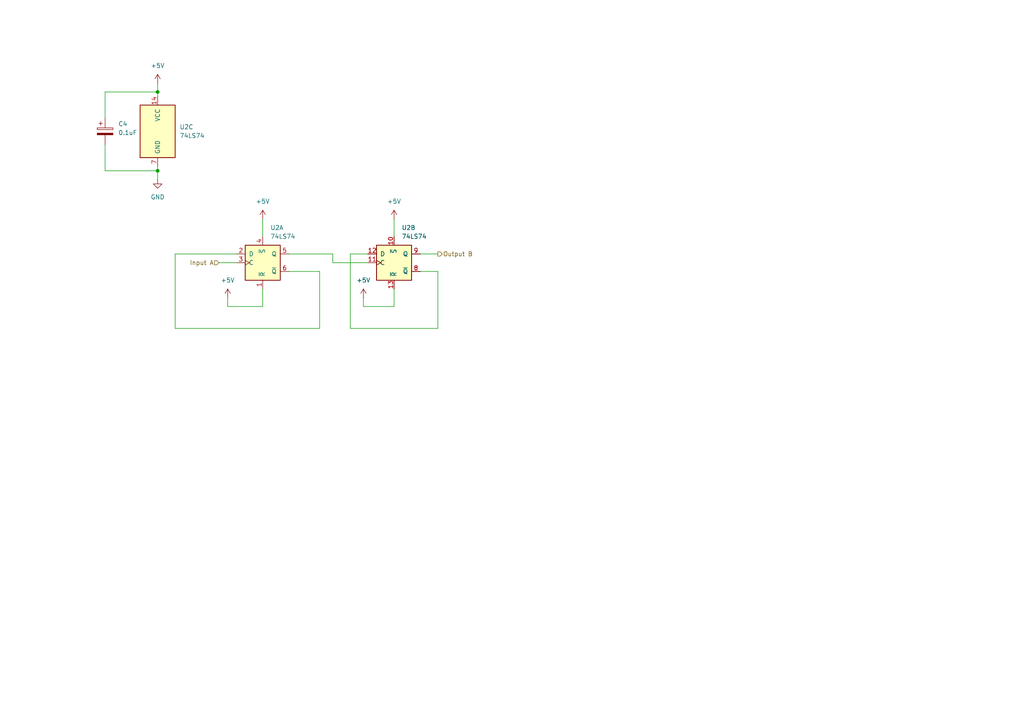
<source format=kicad_sch>
(kicad_sch (version 20231120) (generator "eeschema") (generator_version "8.0")
  (paper "A4")
  (lib_symbols
    (symbol "74xx:74LS74" (pin_names (offset 1.016))
      (property "Reference" "U" (at -7.62 8.89 0))
      (property "Value" "74LS74" (at -7.62 -8.89 0))
      (symbol "74LS74_1_0"
        (pin input line (at 0 -7.62 90) (length 2.54) (name "~{R}") (number "1"))
        (pin input line (at -7.62 2.54 0) (length 2.54) (name "D") (number "2"))
        (pin input clock (at -7.62 0 0) (length 2.54) (name "C") (number "3"))
        (pin input line (at 0 7.62 270) (length 2.54) (name "~{S}") (number "4"))
        (pin output line (at 7.62 2.54 180) (length 2.54) (name "Q") (number "5"))
        (pin output line (at 7.62 -2.54 180) (length 2.54) (name "~{Q}") (number "6"))
      )
      (symbol "74LS74_1_1"
        (rectangle (start -5.08 5.08) (end 5.08 -5.08) (stroke (width 0.254)) (fill (type background)))
      )
      (symbol "74LS74_2_0"
        (pin input line (at 0 7.62 270) (length 2.54) (name "~{S}") (number "10"))
        (pin input clock (at -7.62 0 0) (length 2.54) (name "C") (number "11"))
        (pin input line (at -7.62 2.54 0) (length 2.54) (name "D") (number "12"))
        (pin input line (at 0 -7.62 90) (length 2.54) (name "~{R}") (number "13"))
        (pin output line (at 7.62 -2.54 180) (length 2.54) (name "~{Q}") (number "8"))
        (pin output line (at 7.62 2.54 180) (length 2.54) (name "Q") (number "9"))
      )
      (symbol "74LS74_2_1"
        (rectangle (start -5.08 5.08) (end 5.08 -5.08) (stroke (width 0.254)) (fill (type background)))
      )
      (symbol "74LS74_3_0"
        (pin power_in line (at 0 10.16 270) (length 2.54) (name "VCC") (number "14"))
        (pin power_in line (at 0 -10.16 90) (length 2.54) (name "GND") (number "7"))
      )
      (symbol "74LS74_3_1"
        (rectangle (start -5.08 7.62) (end 5.08 -7.62) (stroke (width 0.254)) (fill (type background)))
      )
    )
    (symbol "Device:C_Polarized" (pin_numbers hide) (pin_names (offset 0.254))
      (property "Reference" "C" (at 0.635 2.54 0))
      (property "Value" "C_Polarized" (at 0.635 -2.54 0))
      (symbol "C_Polarized_0_1"
        (rectangle (start -2.286 0.508) (end 2.286 1.016))
        (polyline (pts (xy -1.778 2.286) (xy -0.762 2.286)))
        (polyline (pts (xy -1.27 2.794) (xy -1.27 1.778)))
        (rectangle (start 2.286 -0.508) (end -2.286 -1.016) (fill (type outline)))
      )
      (symbol "C_Polarized_1_1"
        (pin passive line (at 0 3.81 270) (length 2.794) (name "~") (number "1"))
        (pin passive line (at 0 -3.81 90) (length 2.794) (name "~") (number "2"))
      )
    )
    (symbol "power:+5V" (power) (pin_numbers hide) (pin_names (offset 0) hide)
      (property "Value" "+5V" (at 0 3.556 0))
      (symbol "+5V_0_1"
        (polyline (pts (xy -0.762 1.27) (xy 0 2.54)))
        (polyline (pts (xy 0 0) (xy 0 2.54)))
        (polyline (pts (xy 0 2.54) (xy 0.762 1.27)))
      )
      (symbol "+5V_1_1"
        (pin power_in line (at 0 0 90) (length 0) (name "~") (number "1"))
      )
    )
    (symbol "power:GND" (power) (pin_numbers hide) (pin_names (offset 0) hide)
      (property "Value" "GND" (at 0 -3.81 0))
      (symbol "GND_0_1"
        (polyline (pts (xy 0 0) (xy 0 -1.27) (xy 1.27 -1.27) (xy 0 -2.54) (xy -1.27 -1.27) (xy 0 -1.27)))
      )
      (symbol "GND_1_1"
        (pin power_in line (at 0 0 270) (length 0) (name "~") (number "1"))
      )
    )
  )
  (junction (at 45.72 49.53))
  (junction (at 45.72 26.67))
  (wire (pts (xy 50.8 95.25) (xy 50.8 73.66)))
  (wire (pts (xy 76.2 63.5) (xy 76.2 68.58)))
  (wire (pts (xy 45.72 26.67) (xy 45.72 27.94)))
  (wire (pts (xy 114.3 83.82) (xy 114.3 88.9)))
  (wire (pts (xy 83.82 73.66) (xy 96.52 73.66)))
  (wire (pts (xy 114.3 63.5) (xy 114.3 68.58)))
  (wire (pts (xy 30.48 34.29) (xy 30.48 26.67)))
  (wire (pts (xy 83.82 78.74) (xy 92.71 78.74)))
  (wire (pts (xy 127 95.25) (xy 101.6 95.25)))
  (wire (pts (xy 92.71 95.25) (xy 50.8 95.25)))
  (wire (pts (xy 30.48 41.91) (xy 30.48 49.53)))
  (wire (pts (xy 66.04 88.9) (xy 66.04 86.36)))
  (wire (pts (xy 92.71 78.74) (xy 92.71 95.25)))
  (wire (pts (xy 30.48 26.67) (xy 45.72 26.67)))
  (wire (pts (xy 96.52 73.66) (xy 96.52 76.2)))
  (wire (pts (xy 30.48 49.53) (xy 45.72 49.53)))
  (wire (pts (xy 45.72 49.53) (xy 45.72 52.07)))
  (wire (pts (xy 127 78.74) (xy 127 95.25)))
  (wire (pts (xy 96.52 76.2) (xy 106.68 76.2)))
  (wire (pts (xy 121.92 73.66) (xy 127 73.66)))
  (wire (pts (xy 105.41 88.9) (xy 105.41 86.36)))
  (wire (pts (xy 114.3 88.9) (xy 105.41 88.9)))
  (wire (pts (xy 121.92 78.74) (xy 127 78.74)))
  (wire (pts (xy 101.6 95.25) (xy 101.6 73.66)))
  (wire (pts (xy 76.2 83.82) (xy 76.2 88.9)))
  (wire (pts (xy 63.5 76.2) (xy 68.58 76.2)))
  (wire (pts (xy 50.8 73.66) (xy 68.58 73.66)))
  (wire (pts (xy 45.72 48.26) (xy 45.72 49.53)))
  (wire (pts (xy 76.2 88.9) (xy 66.04 88.9)))
  (wire (pts (xy 101.6 73.66) (xy 106.68 73.66)))
  (wire (pts (xy 45.72 24.13) (xy 45.72 26.67)))
  (hierarchical_label "Input A" (shape input) (at 63.5 76.2 180))
  (hierarchical_label "Output B" (shape output) (at 127 73.66 0))
  (symbol (lib_id "Device:C_Polarized") (at 30.48 38.1 0) (unit 1)
    (property "Reference" "C4" (at 34.29 35.9409 0) (effects (justify left)))
    (property "Value" "0.1uF" (at 34.29 38.4809 0) (effects (justify left)))
    (property "Description" "Polarized capacitor" (effects (hide yes)))
  )
  (symbol (lib_id "74xx:74LS74") (at 76.2 76.2 0) (unit 1)
    (property "Reference" "U2" (at 78.3941 66.04 0) (effects (justify left)))
    (property "Value" "74LS74" (at 78.3941 68.58 0) (effects (justify left)))
    (property "Datasheet" "74xx/74hc_hct74.pdf" (effects (hide yes)))
    (property "Description" "Dual D Flip-flop, Set & Reset" (effects (hide yes)))
  )
  (symbol (lib_id "74xx:74LS74") (at 114.3 76.2 0) (unit 2)
    (property "Reference" "U2" (at 116.4941 66.04 0) (effects (justify left)))
    (property "Value" "74LS74" (at 116.4941 68.58 0) (effects (justify left)))
    (property "Datasheet" "74xx/74hc_hct74.pdf" (effects (hide yes)))
    (property "Description" "Dual D Flip-flop, Set & Reset" (effects (hide yes)))
  )
  (symbol (lib_id "power:GND") (at 45.72 52.07 0) (unit 1)
    (property "Reference" "#PWR06" (effects (hide yes)))
    (property "Value" "GND" (at 45.72 57.15 0))
    (property "Description" "Power symbol creates a global label with name \"GND\" , ground" (effects (hide yes)))
  )
  (symbol (lib_id "power:+5V") (at 114.3 63.5 0) (unit 1)
    (property "Reference" "#PWR08" (effects (hide yes)))
    (property "Value" "+5V" (at 114.3 58.42 0))
    (property "Description" "Power symbol creates a global label with name \"+5V\"" (effects (hide yes)))
  )
  (symbol (lib_id "power:+5V") (at 105.41 86.36 0) (unit 1)
    (property "Reference" "#PWR010" (effects (hide yes)))
    (property "Value" "+5V" (at 105.41 81.28 0))
    (property "Description" "Power symbol creates a global label with name \"+5V\"" (effects (hide yes)))
  )
  (symbol (lib_id "74xx:74LS74") (at 45.72 38.1 0) (unit 3)
    (property "Reference" "U2" (at 52.07 36.8299 0) (effects (justify left)))
    (property "Value" "74LS74" (at 52.07 39.3699 0) (effects (justify left)))
    (property "Datasheet" "74xx/74hc_hct74.pdf" (effects (hide yes)))
    (property "Description" "Dual D Flip-flop, Set & Reset" (effects (hide yes)))
  )
  (symbol (lib_id "power:+5V") (at 66.04 86.36 0) (unit 1)
    (property "Reference" "#PWR09" (effects (hide yes)))
    (property "Value" "+5V" (at 66.04 81.28 0))
    (property "Description" "Power symbol creates a global label with name \"+5V\"" (effects (hide yes)))
  )
  (symbol (lib_id "power:+5V") (at 45.72 24.13 0) (unit 1)
    (property "Reference" "#PWR05" (effects (hide yes)))
    (property "Value" "+5V" (at 45.72 19.05 0))
    (property "Description" "Power symbol creates a global label with name \"+5V\"" (effects (hide yes)))
  )
  (symbol (lib_id "power:+5V") (at 76.2 63.5 0) (unit 1)
    (property "Reference" "#PWR07" (effects (hide yes)))
    (property "Value" "+5V" (at 76.2 58.42 0))
    (property "Description" "Power symbol creates a global label with name \"+5V\"" (effects (hide yes)))
  )
)
</source>
